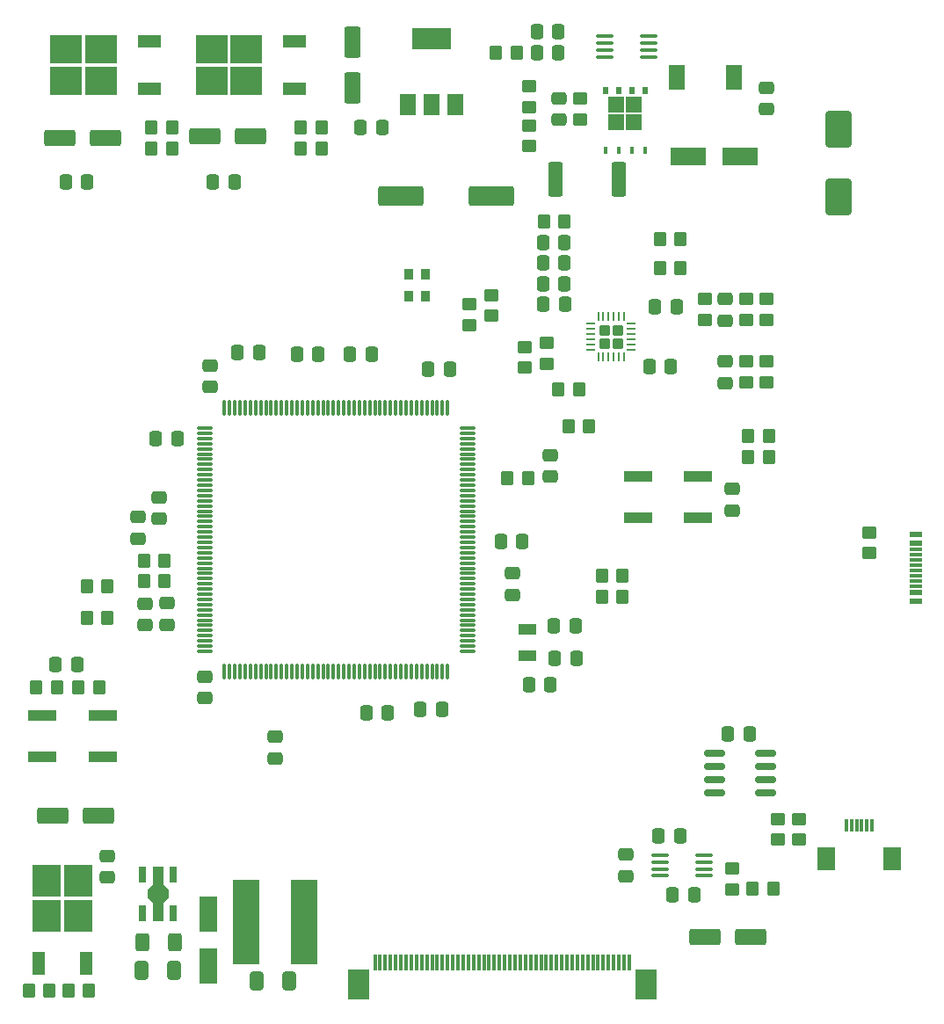
<source format=gbr>
%TF.GenerationSoftware,KiCad,Pcbnew,(5.99.0-9544-g366189b864)*%
%TF.CreationDate,2021-03-13T10:42:39+01:00*%
%TF.ProjectId,Controller,436f6e74-726f-46c6-9c65-722e6b696361,rev?*%
%TF.SameCoordinates,Original*%
%TF.FileFunction,Paste,Top*%
%TF.FilePolarity,Positive*%
%FSLAX46Y46*%
G04 Gerber Fmt 4.6, Leading zero omitted, Abs format (unit mm)*
G04 Created by KiCad (PCBNEW (5.99.0-9544-g366189b864)) date 2021-03-13 10:42:39*
%MOMM*%
%LPD*%
G01*
G04 APERTURE LIST*
G04 Aperture macros list*
%AMRoundRect*
0 Rectangle with rounded corners*
0 $1 Rounding radius*
0 $2 $3 $4 $5 $6 $7 $8 $9 X,Y pos of 4 corners*
0 Add a 4 corners polygon primitive as box body*
4,1,4,$2,$3,$4,$5,$6,$7,$8,$9,$2,$3,0*
0 Add four circle primitives for the rounded corners*
1,1,$1+$1,$2,$3*
1,1,$1+$1,$4,$5*
1,1,$1+$1,$6,$7*
1,1,$1+$1,$8,$9*
0 Add four rect primitives between the rounded corners*
20,1,$1+$1,$2,$3,$4,$5,0*
20,1,$1+$1,$4,$5,$6,$7,0*
20,1,$1+$1,$6,$7,$8,$9,0*
20,1,$1+$1,$8,$9,$2,$3,0*%
%AMFreePoly0*
4,1,13,0.900000,0.500000,2.600000,0.500000,2.600000,-0.500000,0.900000,-0.500000,0.400000,-1.000000,-0.400000,-1.000000,-0.900000,-0.500000,-2.600000,-0.500000,-2.600000,0.500000,-0.900000,0.500000,-0.400000,1.000000,0.400000,1.000000,0.900000,0.500000,0.900000,0.500000,$1*%
G04 Aperture macros list end*
%ADD10RoundRect,0.250000X-0.350000X-0.450000X0.350000X-0.450000X0.350000X0.450000X-0.350000X0.450000X0*%
%ADD11RoundRect,0.250000X-0.412500X-0.650000X0.412500X-0.650000X0.412500X0.650000X-0.412500X0.650000X0*%
%ADD12R,1.800000X1.000000*%
%ADD13RoundRect,0.250000X-0.337500X-0.475000X0.337500X-0.475000X0.337500X0.475000X-0.337500X0.475000X0*%
%ADD14RoundRect,0.250000X-0.450000X0.350000X-0.450000X-0.350000X0.450000X-0.350000X0.450000X0.350000X0*%
%ADD15RoundRect,0.250000X-0.475000X0.337500X-0.475000X-0.337500X0.475000X-0.337500X0.475000X0.337500X0*%
%ADD16RoundRect,0.250000X0.450000X-0.350000X0.450000X0.350000X-0.450000X0.350000X-0.450000X-0.350000X0*%
%ADD17RoundRect,0.250000X1.000000X-1.500000X1.000000X1.500000X-1.000000X1.500000X-1.000000X-1.500000X0*%
%ADD18R,2.750000X3.050000*%
%ADD19R,1.200000X2.200000*%
%ADD20R,0.300000X1.300000*%
%ADD21R,1.800000X2.200000*%
%ADD22RoundRect,0.250000X0.350000X0.450000X-0.350000X0.450000X-0.350000X-0.450000X0.350000X-0.450000X0*%
%ADD23RoundRect,0.250000X0.475000X-0.337500X0.475000X0.337500X-0.475000X0.337500X-0.475000X-0.337500X0*%
%ADD24RoundRect,0.250000X0.337500X0.475000X-0.337500X0.475000X-0.337500X-0.475000X0.337500X-0.475000X0*%
%ADD25RoundRect,0.250000X-1.250000X-0.550000X1.250000X-0.550000X1.250000X0.550000X-1.250000X0.550000X0*%
%ADD26R,1.500000X1.500000*%
%ADD27R,0.500000X0.750000*%
%ADD28R,0.400000X0.750000*%
%ADD29RoundRect,0.250000X0.412500X0.650000X-0.412500X0.650000X-0.412500X-0.650000X0.412500X-0.650000X0*%
%ADD30RoundRect,0.150000X-0.825000X-0.150000X0.825000X-0.150000X0.825000X0.150000X-0.825000X0.150000X0*%
%ADD31RoundRect,0.075000X0.675000X0.075000X-0.675000X0.075000X-0.675000X-0.075000X0.675000X-0.075000X0*%
%ADD32RoundRect,0.075000X0.075000X0.675000X-0.075000X0.675000X-0.075000X-0.675000X0.075000X-0.675000X0*%
%ADD33RoundRect,0.250000X0.400000X0.625000X-0.400000X0.625000X-0.400000X-0.625000X0.400000X-0.625000X0*%
%ADD34R,3.500000X1.800000*%
%ADD35R,2.800000X1.000000*%
%ADD36RoundRect,0.250000X-0.275000X0.275000X-0.275000X-0.275000X0.275000X-0.275000X0.275000X0.275000X0*%
%ADD37RoundRect,0.062500X-0.062500X0.350000X-0.062500X-0.350000X0.062500X-0.350000X0.062500X0.350000X0*%
%ADD38RoundRect,0.062500X-0.350000X0.062500X-0.350000X-0.062500X0.350000X-0.062500X0.350000X0.062500X0*%
%ADD39RoundRect,0.100000X-0.712500X-0.100000X0.712500X-0.100000X0.712500X0.100000X-0.712500X0.100000X0*%
%ADD40RoundRect,0.249999X0.450001X1.425001X-0.450001X1.425001X-0.450001X-1.425001X0.450001X-1.425001X0*%
%ADD41R,0.900000X1.000000*%
%ADD42R,1.160000X0.600000*%
%ADD43R,1.160000X0.300000*%
%ADD44R,1.800000X3.500000*%
%ADD45RoundRect,0.250000X1.250000X0.550000X-1.250000X0.550000X-1.250000X-0.550000X1.250000X-0.550000X0*%
%ADD46R,3.050000X2.750000*%
%ADD47R,2.200000X1.200000*%
%ADD48R,2.000000X3.000000*%
%ADD49R,0.300000X1.600000*%
%ADD50R,1.500000X2.400000*%
%ADD51RoundRect,0.250000X1.950000X0.700000X-1.950000X0.700000X-1.950000X-0.700000X1.950000X-0.700000X0*%
%ADD52R,1.500000X2.000000*%
%ADD53R,3.800000X2.000000*%
%ADD54R,2.600000X8.200000*%
%ADD55R,0.700000X1.500000*%
%ADD56FreePoly0,270.000000*%
%ADD57RoundRect,0.250000X-0.550000X1.250000X-0.550000X-1.250000X0.550000X-1.250000X0.550000X1.250000X0*%
G04 APERTURE END LIST*
D10*
%TO.C,R40*%
X145100000Y-113100000D03*
X147100000Y-113100000D03*
%TD*%
D11*
%TO.C,C36*%
X97337500Y-122000000D03*
X100462500Y-122000000D03*
%TD*%
D12*
%TO.C,Y1*%
X123400000Y-88150000D03*
X123400000Y-90650000D03*
%TD*%
D13*
%TO.C,C34*%
X136062500Y-108000000D03*
X138137500Y-108000000D03*
%TD*%
D14*
%TO.C,R19*%
X144505011Y-56340028D03*
X144505011Y-58340028D03*
%TD*%
D13*
%TO.C,C20*%
X135717511Y-57090028D03*
X137792511Y-57090028D03*
%TD*%
D15*
%TO.C,C15*%
X125600000Y-71362500D03*
X125600000Y-73437500D03*
%TD*%
D13*
%TO.C,C3*%
X87662500Y-69800000D03*
X89737500Y-69800000D03*
%TD*%
D16*
%TO.C,R11*%
X140505011Y-58340028D03*
X140505011Y-56340028D03*
%TD*%
D17*
%TO.C,C28*%
X153400000Y-46450000D03*
X153400000Y-39950000D03*
%TD*%
D15*
%TO.C,C43*%
X143200000Y-74600000D03*
X143200000Y-76675000D03*
%TD*%
%TO.C,C25*%
X142505011Y-62340028D03*
X142505011Y-64415028D03*
%TD*%
D18*
%TO.C,U4*%
X77150000Y-112350000D03*
X80200000Y-115700000D03*
X77150000Y-115700000D03*
X80200000Y-112350000D03*
D19*
X76395000Y-120325000D03*
X80955000Y-120325000D03*
%TD*%
D20*
%TO.C,J8*%
X154150000Y-107000000D03*
X154650000Y-107000000D03*
X155150000Y-107000000D03*
X155650000Y-107000000D03*
X156150000Y-107000000D03*
X156650000Y-107000000D03*
D21*
X152250000Y-110250000D03*
X158550000Y-110250000D03*
%TD*%
D22*
%TO.C,R35*%
X103600000Y-41800000D03*
X101600000Y-41800000D03*
%TD*%
%TO.C,R23*%
X146705011Y-71540028D03*
X144705011Y-71540028D03*
%TD*%
D10*
%TO.C,R21*%
X126400000Y-65000000D03*
X128400000Y-65000000D03*
%TD*%
D16*
%TO.C,R13*%
X146505011Y-64340028D03*
X146505011Y-62340028D03*
%TD*%
D23*
%TO.C,C2*%
X92900000Y-64775000D03*
X92900000Y-62700000D03*
%TD*%
D22*
%TO.C,R44*%
X89200000Y-41800000D03*
X87200000Y-41800000D03*
%TD*%
D23*
%TO.C,C12*%
X88700000Y-87700000D03*
X88700000Y-85625000D03*
%TD*%
D24*
%TO.C,C23*%
X128137500Y-90900000D03*
X126062500Y-90900000D03*
%TD*%
D25*
%TO.C,C50*%
X78400000Y-40800000D03*
X82800000Y-40800000D03*
%TD*%
D10*
%TO.C,R9*%
X130600000Y-83000000D03*
X132600000Y-83000000D03*
%TD*%
D26*
%TO.C,Q1*%
X132000000Y-37600000D03*
X133700000Y-37600000D03*
X133700000Y-39300000D03*
X132000000Y-39300000D03*
D27*
X132215000Y-36195000D03*
X133485000Y-36195000D03*
X134755000Y-36195000D03*
X130945000Y-36195000D03*
D28*
X130945000Y-42000000D03*
X132215000Y-42000000D03*
X133485000Y-42000000D03*
X134755000Y-42000000D03*
%TD*%
D14*
%TO.C,R26*%
X156400000Y-78800000D03*
X156400000Y-80800000D03*
%TD*%
D24*
%TO.C,C45*%
X109437500Y-39800000D03*
X107362500Y-39800000D03*
%TD*%
D29*
%TO.C,C32*%
X89362500Y-121000000D03*
X86237500Y-121000000D03*
%TD*%
D14*
%TO.C,R16*%
X120005011Y-55940028D03*
X120005011Y-57940028D03*
%TD*%
D30*
%TO.C,U3*%
X141450000Y-100060000D03*
X141450000Y-101330000D03*
X141450000Y-102600000D03*
X141450000Y-103870000D03*
X146400000Y-103870000D03*
X146400000Y-102600000D03*
X146400000Y-101330000D03*
X146400000Y-100060000D03*
%TD*%
D13*
%TO.C,C6*%
X123600000Y-93500000D03*
X125675000Y-93500000D03*
%TD*%
D15*
%TO.C,C13*%
X88000000Y-75400000D03*
X88000000Y-77475000D03*
%TD*%
D31*
%TO.C,U1*%
X117675000Y-90250000D03*
X117675000Y-89750000D03*
X117675000Y-89250000D03*
X117675000Y-88750000D03*
X117675000Y-88250000D03*
X117675000Y-87750000D03*
X117675000Y-87250000D03*
X117675000Y-86750000D03*
X117675000Y-86250000D03*
X117675000Y-85750000D03*
X117675000Y-85250000D03*
X117675000Y-84750000D03*
X117675000Y-84250000D03*
X117675000Y-83750000D03*
X117675000Y-83250000D03*
X117675000Y-82750000D03*
X117675000Y-82250000D03*
X117675000Y-81750000D03*
X117675000Y-81250000D03*
X117675000Y-80750000D03*
X117675000Y-80250000D03*
X117675000Y-79750000D03*
X117675000Y-79250000D03*
X117675000Y-78750000D03*
X117675000Y-78250000D03*
X117675000Y-77750000D03*
X117675000Y-77250000D03*
X117675000Y-76750000D03*
X117675000Y-76250000D03*
X117675000Y-75750000D03*
X117675000Y-75250000D03*
X117675000Y-74750000D03*
X117675000Y-74250000D03*
X117675000Y-73750000D03*
X117675000Y-73250000D03*
X117675000Y-72750000D03*
X117675000Y-72250000D03*
X117675000Y-71750000D03*
X117675000Y-71250000D03*
X117675000Y-70750000D03*
X117675000Y-70250000D03*
X117675000Y-69750000D03*
X117675000Y-69250000D03*
X117675000Y-68750000D03*
D32*
X115750000Y-66825000D03*
X115250000Y-66825000D03*
X114750000Y-66825000D03*
X114250000Y-66825000D03*
X113750000Y-66825000D03*
X113250000Y-66825000D03*
X112750000Y-66825000D03*
X112250000Y-66825000D03*
X111750000Y-66825000D03*
X111250000Y-66825000D03*
X110750000Y-66825000D03*
X110250000Y-66825000D03*
X109750000Y-66825000D03*
X109250000Y-66825000D03*
X108750000Y-66825000D03*
X108250000Y-66825000D03*
X107750000Y-66825000D03*
X107250000Y-66825000D03*
X106750000Y-66825000D03*
X106250000Y-66825000D03*
X105750000Y-66825000D03*
X105250000Y-66825000D03*
X104750000Y-66825000D03*
X104250000Y-66825000D03*
X103750000Y-66825000D03*
X103250000Y-66825000D03*
X102750000Y-66825000D03*
X102250000Y-66825000D03*
X101750000Y-66825000D03*
X101250000Y-66825000D03*
X100750000Y-66825000D03*
X100250000Y-66825000D03*
X99750000Y-66825000D03*
X99250000Y-66825000D03*
X98750000Y-66825000D03*
X98250000Y-66825000D03*
X97750000Y-66825000D03*
X97250000Y-66825000D03*
X96750000Y-66825000D03*
X96250000Y-66825000D03*
X95750000Y-66825000D03*
X95250000Y-66825000D03*
X94750000Y-66825000D03*
X94250000Y-66825000D03*
D31*
X92325000Y-68750000D03*
X92325000Y-69250000D03*
X92325000Y-69750000D03*
X92325000Y-70250000D03*
X92325000Y-70750000D03*
X92325000Y-71250000D03*
X92325000Y-71750000D03*
X92325000Y-72250000D03*
X92325000Y-72750000D03*
X92325000Y-73250000D03*
X92325000Y-73750000D03*
X92325000Y-74250000D03*
X92325000Y-74750000D03*
X92325000Y-75250000D03*
X92325000Y-75750000D03*
X92325000Y-76250000D03*
X92325000Y-76750000D03*
X92325000Y-77250000D03*
X92325000Y-77750000D03*
X92325000Y-78250000D03*
X92325000Y-78750000D03*
X92325000Y-79250000D03*
X92325000Y-79750000D03*
X92325000Y-80250000D03*
X92325000Y-80750000D03*
X92325000Y-81250000D03*
X92325000Y-81750000D03*
X92325000Y-82250000D03*
X92325000Y-82750000D03*
X92325000Y-83250000D03*
X92325000Y-83750000D03*
X92325000Y-84250000D03*
X92325000Y-84750000D03*
X92325000Y-85250000D03*
X92325000Y-85750000D03*
X92325000Y-86250000D03*
X92325000Y-86750000D03*
X92325000Y-87250000D03*
X92325000Y-87750000D03*
X92325000Y-88250000D03*
X92325000Y-88750000D03*
X92325000Y-89250000D03*
X92325000Y-89750000D03*
X92325000Y-90250000D03*
D32*
X94250000Y-92175000D03*
X94750000Y-92175000D03*
X95250000Y-92175000D03*
X95750000Y-92175000D03*
X96250000Y-92175000D03*
X96750000Y-92175000D03*
X97250000Y-92175000D03*
X97750000Y-92175000D03*
X98250000Y-92175000D03*
X98750000Y-92175000D03*
X99250000Y-92175000D03*
X99750000Y-92175000D03*
X100250000Y-92175000D03*
X100750000Y-92175000D03*
X101250000Y-92175000D03*
X101750000Y-92175000D03*
X102250000Y-92175000D03*
X102750000Y-92175000D03*
X103250000Y-92175000D03*
X103750000Y-92175000D03*
X104250000Y-92175000D03*
X104750000Y-92175000D03*
X105250000Y-92175000D03*
X105750000Y-92175000D03*
X106250000Y-92175000D03*
X106750000Y-92175000D03*
X107250000Y-92175000D03*
X107750000Y-92175000D03*
X108250000Y-92175000D03*
X108750000Y-92175000D03*
X109250000Y-92175000D03*
X109750000Y-92175000D03*
X110250000Y-92175000D03*
X110750000Y-92175000D03*
X111250000Y-92175000D03*
X111750000Y-92175000D03*
X112250000Y-92175000D03*
X112750000Y-92175000D03*
X113250000Y-92175000D03*
X113750000Y-92175000D03*
X114250000Y-92175000D03*
X114750000Y-92175000D03*
X115250000Y-92175000D03*
X115750000Y-92175000D03*
%TD*%
D15*
%TO.C,C16*%
X92400000Y-92700000D03*
X92400000Y-94775000D03*
%TD*%
D10*
%TO.C,R34*%
X101600000Y-39800000D03*
X103600000Y-39800000D03*
%TD*%
D24*
%TO.C,C27*%
X144837500Y-98200000D03*
X142762500Y-98200000D03*
%TD*%
D23*
%TO.C,C1*%
X86600000Y-87725000D03*
X86600000Y-85650000D03*
%TD*%
D24*
%TO.C,C19*%
X127042511Y-56840028D03*
X124967511Y-56840028D03*
%TD*%
D10*
%TO.C,R5*%
X81000000Y-84000000D03*
X83000000Y-84000000D03*
%TD*%
D13*
%TO.C,C42*%
X113125000Y-95800000D03*
X115200000Y-95800000D03*
%TD*%
D22*
%TO.C,R25*%
X146705011Y-69540028D03*
X144705011Y-69540028D03*
%TD*%
D33*
%TO.C,R38*%
X89450000Y-118300000D03*
X86350000Y-118300000D03*
%TD*%
D15*
%TO.C,C35*%
X132900000Y-109825000D03*
X132900000Y-111900000D03*
%TD*%
D25*
%TO.C,C46*%
X77700000Y-106100000D03*
X82100000Y-106100000D03*
%TD*%
D16*
%TO.C,R15*%
X144505011Y-64340028D03*
X144505011Y-62340028D03*
%TD*%
D34*
%TO.C,D2*%
X138900000Y-42600000D03*
X143900000Y-42600000D03*
%TD*%
D22*
%TO.C,R33*%
X122400000Y-32600000D03*
X120400000Y-32600000D03*
%TD*%
D13*
%TO.C,C11*%
X113900000Y-63100000D03*
X115975000Y-63100000D03*
%TD*%
D35*
%TO.C,SW2*%
X139900000Y-73400000D03*
X134100000Y-73400000D03*
X134100000Y-77400000D03*
X139900000Y-77400000D03*
%TD*%
D14*
%TO.C,R2*%
X147600000Y-106400000D03*
X147600000Y-108400000D03*
%TD*%
D24*
%TO.C,C26*%
X80075000Y-91500000D03*
X78000000Y-91500000D03*
%TD*%
D10*
%TO.C,R10*%
X125005011Y-48840028D03*
X127005011Y-48840028D03*
%TD*%
D36*
%TO.C,U2*%
X130855011Y-59310028D03*
X130855011Y-60610028D03*
X132155011Y-59310028D03*
X132155011Y-60610028D03*
D37*
X132755011Y-58022528D03*
X132255011Y-58022528D03*
X131755011Y-58022528D03*
X131255011Y-58022528D03*
X130755011Y-58022528D03*
X130255011Y-58022528D03*
D38*
X129567511Y-58710028D03*
X129567511Y-59210028D03*
X129567511Y-59710028D03*
X129567511Y-60210028D03*
X129567511Y-60710028D03*
X129567511Y-61210028D03*
D37*
X130255011Y-61897528D03*
X130755011Y-61897528D03*
X131255011Y-61897528D03*
X131755011Y-61897528D03*
X132255011Y-61897528D03*
X132755011Y-61897528D03*
D38*
X133442511Y-61210028D03*
X133442511Y-60710028D03*
X133442511Y-60210028D03*
X133442511Y-59710028D03*
X133442511Y-59210028D03*
X133442511Y-58710028D03*
%TD*%
D14*
%TO.C,R1*%
X149600000Y-106400000D03*
X149600000Y-108400000D03*
%TD*%
D39*
%TO.C,U10*%
X136187500Y-109925000D03*
X136187500Y-110575000D03*
X136187500Y-111225000D03*
X136187500Y-111875000D03*
X140412500Y-111875000D03*
X140412500Y-111225000D03*
X140412500Y-110575000D03*
X140412500Y-109925000D03*
%TD*%
D24*
%TO.C,C30*%
X126437500Y-30600000D03*
X124362500Y-30600000D03*
%TD*%
%TO.C,C5*%
X97575000Y-61500000D03*
X95500000Y-61500000D03*
%TD*%
%TO.C,C8*%
X109975000Y-96200000D03*
X107900000Y-96200000D03*
%TD*%
D10*
%TO.C,R32*%
X79200000Y-122900000D03*
X81200000Y-122900000D03*
%TD*%
D14*
%TO.C,R42*%
X123600000Y-39600000D03*
X123600000Y-41600000D03*
%TD*%
D13*
%TO.C,C49*%
X93125000Y-45000000D03*
X95200000Y-45000000D03*
%TD*%
D40*
%TO.C,R37*%
X132250000Y-44800000D03*
X126150000Y-44800000D03*
%TD*%
D14*
%TO.C,R39*%
X143200000Y-111200000D03*
X143200000Y-113200000D03*
%TD*%
D13*
%TO.C,C7*%
X101225000Y-61600000D03*
X103300000Y-61600000D03*
%TD*%
D35*
%TO.C,SW1*%
X82500000Y-100400000D03*
X76700000Y-100400000D03*
X82500000Y-96400000D03*
X76700000Y-96400000D03*
%TD*%
D14*
%TO.C,R22*%
X146505011Y-56340028D03*
X146505011Y-58340028D03*
%TD*%
D13*
%TO.C,C17*%
X135180011Y-62840028D03*
X137255011Y-62840028D03*
%TD*%
D10*
%TO.C,R3*%
X86500000Y-81500000D03*
X88500000Y-81500000D03*
%TD*%
D41*
%TO.C,X1*%
X112025000Y-53925000D03*
X112025000Y-56075000D03*
X113575000Y-56075000D03*
X113575000Y-53925000D03*
%TD*%
D10*
%TO.C,R4*%
X86500000Y-83500000D03*
X88500000Y-83500000D03*
%TD*%
D24*
%TO.C,C31*%
X126437500Y-32600000D03*
X124362500Y-32600000D03*
%TD*%
D10*
%TO.C,R20*%
X127400000Y-68600000D03*
X129400000Y-68600000D03*
%TD*%
%TO.C,R6*%
X81000000Y-87000000D03*
X83000000Y-87000000D03*
%TD*%
D14*
%TO.C,R36*%
X128500000Y-37000000D03*
X128500000Y-39000000D03*
%TD*%
D13*
%TO.C,C9*%
X106362500Y-61600000D03*
X108437500Y-61600000D03*
%TD*%
D24*
%TO.C,C37*%
X139500000Y-113700000D03*
X137425000Y-113700000D03*
%TD*%
%TO.C,C21*%
X127012511Y-52840028D03*
X124937511Y-52840028D03*
%TD*%
D16*
%TO.C,R18*%
X123205011Y-62940028D03*
X123205011Y-60940028D03*
%TD*%
D23*
%TO.C,C47*%
X83000000Y-112037500D03*
X83000000Y-109962500D03*
%TD*%
D24*
%TO.C,C18*%
X127005011Y-54840028D03*
X124930011Y-54840028D03*
%TD*%
D23*
%TO.C,C33*%
X126500000Y-39037500D03*
X126500000Y-36962500D03*
%TD*%
D16*
%TO.C,R24*%
X125255011Y-62540028D03*
X125255011Y-60540028D03*
%TD*%
D42*
%TO.C,J6*%
X160815000Y-85400000D03*
X160815000Y-84600000D03*
D43*
X160815000Y-83450000D03*
X160815000Y-82450000D03*
X160815000Y-81950000D03*
X160815000Y-80950000D03*
D42*
X160815000Y-79800000D03*
X160815000Y-79000000D03*
X160815000Y-79000000D03*
X160815000Y-79800000D03*
D43*
X160815000Y-80450000D03*
X160815000Y-81450000D03*
X160815000Y-82950000D03*
X160815000Y-83950000D03*
D42*
X160815000Y-84600000D03*
X160815000Y-85400000D03*
%TD*%
D15*
%TO.C,C10*%
X99100000Y-98500000D03*
X99100000Y-100575000D03*
%TD*%
D13*
%TO.C,C4*%
X120862500Y-79700000D03*
X122937500Y-79700000D03*
%TD*%
D24*
%TO.C,C40*%
X128075000Y-87800000D03*
X126000000Y-87800000D03*
%TD*%
D44*
%TO.C,D1*%
X92700000Y-120600000D03*
X92700000Y-115600000D03*
%TD*%
D23*
%TO.C,C24*%
X142505011Y-58377528D03*
X142505011Y-56302528D03*
%TD*%
D25*
%TO.C,C48*%
X92400000Y-40600000D03*
X96800000Y-40600000D03*
%TD*%
D45*
%TO.C,C38*%
X144900000Y-117800000D03*
X140500000Y-117800000D03*
%TD*%
D10*
%TO.C,R12*%
X136205011Y-50540028D03*
X138205011Y-50540028D03*
%TD*%
D46*
%TO.C,U9*%
X79025000Y-32275000D03*
X82375000Y-35325000D03*
X79025000Y-35325000D03*
X82375000Y-32275000D03*
D47*
X87000000Y-36080000D03*
X87000000Y-31520000D03*
%TD*%
D10*
%TO.C,R27*%
X80200000Y-93700000D03*
X82200000Y-93700000D03*
%TD*%
D48*
%TO.C,J9*%
X134850000Y-122300000D03*
X107150000Y-122300000D03*
D49*
X108750000Y-120200000D03*
X109250000Y-120200000D03*
X109750000Y-120200000D03*
X110250000Y-120200000D03*
X110750000Y-120200000D03*
X111250000Y-120200000D03*
X111750000Y-120200000D03*
X112250000Y-120200000D03*
X112750000Y-120200000D03*
X113250000Y-120200000D03*
X113750000Y-120200000D03*
X114250000Y-120200000D03*
X114750000Y-120200000D03*
X115250000Y-120200000D03*
X115750000Y-120200000D03*
X116250000Y-120200000D03*
X116750000Y-120200000D03*
X117250000Y-120200000D03*
X117750000Y-120200000D03*
X118250000Y-120200000D03*
X118750000Y-120200000D03*
X119250000Y-120200000D03*
X119750000Y-120200000D03*
X120250000Y-120200000D03*
X120750000Y-120200000D03*
X121250000Y-120200000D03*
X121750000Y-120200000D03*
X122250000Y-120200000D03*
X122750000Y-120200000D03*
X123250000Y-120200000D03*
X123750000Y-120200000D03*
X124250000Y-120200000D03*
X124750000Y-120200000D03*
X125250000Y-120200000D03*
X125750000Y-120200000D03*
X126250000Y-120200000D03*
X126750000Y-120200000D03*
X127250000Y-120200000D03*
X127750000Y-120200000D03*
X128250000Y-120200000D03*
X128750000Y-120200000D03*
X129250000Y-120200000D03*
X129750000Y-120200000D03*
X130250000Y-120200000D03*
X130750000Y-120200000D03*
X131250000Y-120200000D03*
X131750000Y-120200000D03*
X132250000Y-120200000D03*
X132750000Y-120200000D03*
X133250000Y-120200000D03*
%TD*%
D50*
%TO.C,L2*%
X143350000Y-35000000D03*
X137850000Y-35000000D03*
%TD*%
D23*
%TO.C,C14*%
X85900000Y-79375000D03*
X85900000Y-77300000D03*
%TD*%
D13*
%TO.C,C51*%
X78962500Y-45000000D03*
X81037500Y-45000000D03*
%TD*%
D46*
%TO.C,U6*%
X93025000Y-32275000D03*
X93025000Y-35325000D03*
X96375000Y-32275000D03*
X96375000Y-35325000D03*
D47*
X101000000Y-36080000D03*
X101000000Y-31520000D03*
%TD*%
D51*
%TO.C,C39*%
X119950000Y-46400000D03*
X111250000Y-46400000D03*
%TD*%
D10*
%TO.C,R8*%
X130600000Y-85000000D03*
X132600000Y-85000000D03*
%TD*%
D16*
%TO.C,R41*%
X123600000Y-37800000D03*
X123600000Y-35800000D03*
%TD*%
D52*
%TO.C,U5*%
X111900000Y-37550000D03*
D53*
X114200000Y-31250000D03*
D52*
X114200000Y-37550000D03*
X116500000Y-37550000D03*
%TD*%
D10*
%TO.C,R31*%
X75400000Y-122900000D03*
X77400000Y-122900000D03*
%TD*%
D39*
%TO.C,U7*%
X130887500Y-31025000D03*
X130887500Y-31675000D03*
X130887500Y-32325000D03*
X130887500Y-32975000D03*
X135112500Y-32975000D03*
X135112500Y-32325000D03*
X135112500Y-31675000D03*
X135112500Y-31025000D03*
%TD*%
D15*
%TO.C,C41*%
X122000000Y-82725000D03*
X122000000Y-84800000D03*
%TD*%
D54*
%TO.C,L1*%
X96300000Y-116300000D03*
X101900000Y-116300000D03*
%TD*%
D22*
%TO.C,R7*%
X123500000Y-73600000D03*
X121500000Y-73600000D03*
%TD*%
D24*
%TO.C,C22*%
X127012511Y-50840028D03*
X124937511Y-50840028D03*
%TD*%
D55*
%TO.C,U8*%
X89350000Y-111750000D03*
D56*
X87850000Y-113600000D03*
D55*
X86350000Y-111750000D03*
X86350000Y-115450000D03*
X89350000Y-115450000D03*
%TD*%
D14*
%TO.C,R14*%
X117805011Y-56840028D03*
X117805011Y-58840028D03*
%TD*%
D57*
%TO.C,C44*%
X106600000Y-31600000D03*
X106600000Y-36000000D03*
%TD*%
D10*
%TO.C,R43*%
X87200000Y-39800000D03*
X89200000Y-39800000D03*
%TD*%
D23*
%TO.C,C29*%
X146500000Y-38037500D03*
X146500000Y-35962500D03*
%TD*%
D10*
%TO.C,R29*%
X76100000Y-93700000D03*
X78100000Y-93700000D03*
%TD*%
%TO.C,R17*%
X136205011Y-53340028D03*
X138205011Y-53340028D03*
%TD*%
M02*

</source>
